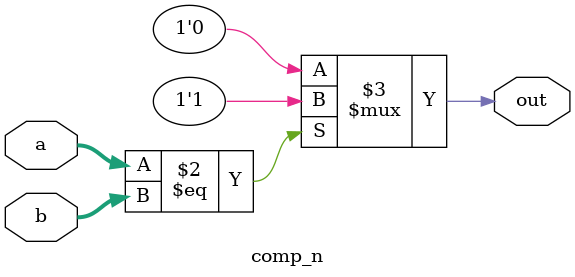
<source format=sv>
module comp_n #(parameter N=64)
					(input logic [N-1:0] a,
					 input logic [N-1:0] b,
					 output logic out);
	always_comb begin
		out = (a==b)?1'b1:1'b0;
	end
endmodule
</source>
